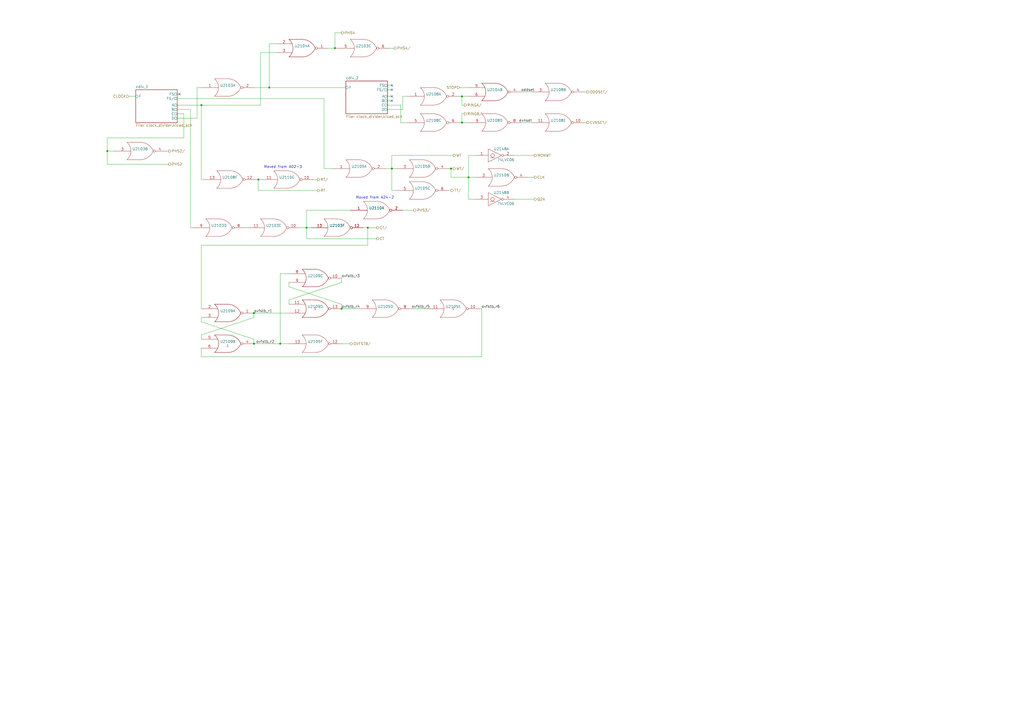
<source format=kicad_sch>
(kicad_sch (version 20211123) (generator eeschema)
  (paper "A2")
  (lib_symbols
    (symbol "agc_kicad_components:74HC02" (pin_names (offset 0.762))
      (property "Reference" "U" (at 0 1.27 0))
      (symbol "74HC02_1_1"
        (arc (start -7.62 -5.08) (mid -5.2708 0) (end -7.62 5.08) (stroke (width 0.2032)))
        (arc (start 0 -5.08) (mid 4.5812 -3.6906) (end 7.62 0) (stroke (width 0.2032)))
        (polyline (pts (xy -7.62 -5.08) (xy 0 -5.08)) (stroke (width 0.2032)))
        (polyline (pts (xy -7.62 5.08) (xy 0 5.08)) (stroke (width 0.2032)))
        (arc (start 7.62 0) (mid 4.5727 3.6819) (end 0 5.08) (stroke (width 0.2032)))
        (pin output inverted (at 15.24 0 180) (length 7.62) (name "~") (number "1"))
        (pin input line (at -15.24 2.54 0) (length 9.398) (name "~") (number "2"))
        (pin input line (at -15.24 -2.54 0) (length 9.398) (name "~") (number "3"))
      )
      (symbol "74HC02_2_1"
        (arc (start -7.62 -5.08) (mid -5.2708 0) (end -7.62 5.08) (stroke (width 0.2032)))
        (arc (start 0 -5.08) (mid 4.5812 -3.6906) (end 7.62 0) (stroke (width 0.2032)))
        (polyline (pts (xy -7.62 -5.08) (xy 0 -5.08)) (stroke (width 0.2032)))
        (polyline (pts (xy -7.62 5.08) (xy 0 5.08)) (stroke (width 0.2032)))
        (arc (start 7.62 0) (mid 4.5727 3.6819) (end 0 5.08) (stroke (width 0.2032)))
        (pin output inverted (at 15.24 0 180) (length 7.62) (name "~") (number "4"))
        (pin input line (at -15.24 2.54 0) (length 9.398) (name "~") (number "5"))
        (pin input line (at -15.24 -2.54 0) (length 9.398) (name "~") (number "6"))
      )
      (symbol "74HC02_3_1"
        (arc (start -7.62 -5.08) (mid -5.2708 0) (end -7.62 5.08) (stroke (width 0.2032)))
        (arc (start 0 -5.08) (mid 4.5812 -3.6906) (end 7.62 0) (stroke (width 0.2032)))
        (polyline (pts (xy -7.62 -5.08) (xy 0 -5.08)) (stroke (width 0.2032)))
        (polyline (pts (xy -7.62 5.08) (xy 0 5.08)) (stroke (width 0.2032)))
        (arc (start 7.62 0) (mid 4.5727 3.6819) (end 0 5.08) (stroke (width 0.2032)))
        (pin output inverted (at 15.24 0 180) (length 7.62) (name "~") (number "10"))
        (pin input line (at -15.24 2.54 0) (length 9.398) (name "~") (number "8"))
        (pin input line (at -15.24 -2.54 0) (length 9.398) (name "~") (number "9"))
      )
      (symbol "74HC02_4_1"
        (arc (start -7.62 -5.08) (mid -5.2708 0) (end -7.62 5.08) (stroke (width 0.2032)))
        (arc (start 0 -5.08) (mid 4.5812 -3.6906) (end 7.62 0) (stroke (width 0.2032)))
        (polyline (pts (xy -7.62 -5.08) (xy 0 -5.08)) (stroke (width 0.2032)))
        (polyline (pts (xy -7.62 5.08) (xy 0 5.08)) (stroke (width 0.2032)))
        (arc (start 7.62 0) (mid 4.5727 3.6819) (end 0 5.08) (stroke (width 0.2032)))
        (pin input line (at -15.24 2.54 0) (length 9.398) (name "~") (number "11"))
        (pin input line (at -15.24 -2.54 0) (length 9.398) (name "~") (number "12"))
        (pin output inverted (at 15.24 0 180) (length 7.62) (name "~") (number "13"))
      )
      (symbol "74HC02_5_0"
        (text "GND" (at 2.54 -3.81 0) (effects (font (size 0.9906 0.9906))))
        (text "VCC" (at 2.54 3.81 0) (effects (font (size 0.9906 0.9906))))
      )
      (symbol "74HC02_5_1"
        (rectangle (start -5.08 2.54) (end 5.08 -2.54))
        (pin power_in line (at 0 6.35 270) (length 3.81) (name "VCC") (number "14"))
        (pin power_in line (at 0 -6.35 90) (length 3.81) (name "GND") (number "7"))
      )
    )
    (symbol "agc_kicad_components:74HC04" (pin_names (offset 0.762))
      (property "Reference" "U" (at 0 1.27 0))
      (symbol "74HC04_1_1"
        (arc (start -7.62 -5.0292) (mid -5.3094 0.0082) (end -7.62 5.0546))
        (arc (start 0 -5.0546) (mid 4.5632 -3.6449) (end 7.5946 0.0508))
        (polyline (pts (xy -7.62 -5.08) (xy 0 -5.08)))
        (polyline (pts (xy -7.62 5.08) (xy 0 5.08)))
        (arc (start 7.62 0) (mid 4.6132 3.6946) (end 0.0508 5.08))
        (pin input line (at -15.24 0 0) (length 9.906) (name "~") (number "1"))
        (pin output inverted (at 15.24 0 180) (length 7.62) (name "~") (number "2"))
      )
      (symbol "74HC04_2_1"
        (arc (start -7.62 -5.0292) (mid -5.3094 0.0082) (end -7.62 5.0546))
        (arc (start 0 -5.0546) (mid 4.5632 -3.6449) (end 7.5946 0.0508))
        (polyline (pts (xy -7.62 -5.08) (xy 0 -5.08)))
        (polyline (pts (xy -7.62 5.08) (xy 0 5.08)))
        (arc (start 7.62 0) (mid 4.6132 3.6946) (end 0.0508 5.08))
        (pin input line (at -15.24 0 0) (length 9.906) (name "~") (number "3"))
        (pin output inverted (at 15.24 0 180) (length 7.62) (name "~") (number "4"))
      )
      (symbol "74HC04_3_1"
        (arc (start -7.62 -5.0292) (mid -5.3094 0.0082) (end -7.62 5.0546))
        (arc (start 0 -5.0546) (mid 4.5632 -3.6449) (end 7.5946 0.0508))
        (polyline (pts (xy -7.62 -5.08) (xy 0 -5.08)))
        (polyline (pts (xy -7.62 5.08) (xy 0 5.08)))
        (arc (start 7.62 0) (mid 4.6132 3.6946) (end 0.0508 5.08))
        (pin input line (at -15.24 0 0) (length 9.906) (name "~") (number "5"))
        (pin output inverted (at 15.24 0 180) (length 7.62) (name "~") (number "6"))
      )
      (symbol "74HC04_4_1"
        (arc (start -7.62 -5.0292) (mid -5.3094 0.0082) (end -7.62 5.0546))
        (arc (start 0 -5.0546) (mid 4.5632 -3.6449) (end 7.5946 0.0508))
        (polyline (pts (xy -7.62 -5.08) (xy 0 -5.08)))
        (polyline (pts (xy -7.62 5.08) (xy 0 5.08)))
        (arc (start 7.62 0) (mid 4.6132 3.6946) (end 0.0508 5.08))
        (pin output inverted (at 15.24 0 180) (length 7.62) (name "~") (number "8"))
        (pin input line (at -15.24 0 0) (length 9.906) (name "~") (number "9"))
      )
      (symbol "74HC04_5_1"
        (arc (start -7.62 -5.0292) (mid -5.3094 0.0082) (end -7.62 5.0546))
        (arc (start 0 -5.0546) (mid 4.5632 -3.6449) (end 7.5946 0.0508))
        (polyline (pts (xy -7.62 -5.08) (xy 0 -5.08)))
        (polyline (pts (xy -7.62 5.08) (xy 0 5.08)))
        (arc (start 7.62 0) (mid 4.6132 3.6946) (end 0.0508 5.08))
        (pin output inverted (at 15.24 0 180) (length 7.62) (name "~") (number "10"))
        (pin input line (at -15.24 0 0) (length 9.906) (name "~") (number "11"))
      )
      (symbol "74HC04_6_1"
        (arc (start -7.62 -5.0292) (mid -5.3094 0.0082) (end -7.62 5.0546))
        (arc (start 0 -5.0546) (mid 4.5632 -3.6449) (end 7.5946 0.0508))
        (polyline (pts (xy -7.62 -5.08) (xy 0 -5.08)))
        (polyline (pts (xy -7.62 5.08) (xy 0 5.08)))
        (arc (start 7.62 0) (mid 4.6132 3.6946) (end 0.0508 5.08))
        (pin output inverted (at 15.24 0 180) (length 7.62) (name "~") (number "12"))
        (pin input line (at -15.24 0 0) (length 9.906) (name "~") (number "13"))
      )
      (symbol "74HC04_7_0"
        (text "GND" (at 2.54 -3.81 0) (effects (font (size 0.9906 0.9906))))
        (text "VCC" (at 2.54 3.81 0) (effects (font (size 0.9906 0.9906))))
      )
      (symbol "74HC04_7_1"
        (rectangle (start -5.08 2.54) (end 5.08 -2.54))
        (pin power_in line (at 0 6.35 270) (length 3.81) (name "VCC") (number "14"))
        (pin power_in line (at 0 -6.35 90) (length 3.81) (name "GND") (number "7"))
      )
    )
    (symbol "agc_kicad_components:74LVC06" (pin_names (offset 0.762))
      (property "Reference" "U" (at 0 1.27 0))
      (symbol "74LVC06_1_0"
        (polyline (pts (xy -3.81 3.81) (xy -3.81 -3.81) (xy 3.81 0) (xy -3.81 3.81)))
      )
      (symbol "74LVC06_1_1"
        (polyline (pts (xy -2.54 -1.27) (xy 0 -1.27)))
        (polyline (pts (xy -1.27 1.27) (xy -2.54 0) (xy -1.27 -1.27) (xy 0 0) (xy -1.27 1.27)))
        (pin input line (at -11.43 0 0) (length 7.62) (name "~") (number "1"))
        (pin open_collector inverted (at 11.43 0 180) (length 7.62) (name "~") (number "2"))
      )
      (symbol "74LVC06_2_0"
        (polyline (pts (xy -3.81 3.81) (xy -3.81 -3.81) (xy 3.81 0) (xy -3.81 3.81)))
      )
      (symbol "74LVC06_2_1"
        (polyline (pts (xy -2.54 -1.27) (xy 0 -1.27)))
        (polyline (pts (xy -1.27 1.27) (xy -2.54 0) (xy -1.27 -1.27) (xy 0 0) (xy -1.27 1.27)))
        (pin input line (at -11.43 0 0) (length 7.62) (name "~") (number "3"))
        (pin open_collector inverted (at 11.43 0 180) (length 7.62) (name "~") (number "4"))
      )
      (symbol "74LVC06_3_0"
        (polyline (pts (xy -3.81 3.81) (xy -3.81 -3.81) (xy 3.81 0) (xy -3.81 3.81)))
      )
      (symbol "74LVC06_3_1"
        (polyline (pts (xy -2.54 -1.27) (xy 0 -1.27)))
        (polyline (pts (xy -1.27 1.27) (xy -2.54 0) (xy -1.27 -1.27) (xy 0 0) (xy -1.27 1.27)))
        (pin input line (at -11.43 0 0) (length 7.62) (name "~") (number "5"))
        (pin open_collector inverted (at 11.43 0 180) (length 7.62) (name "~") (number "6"))
      )
      (symbol "74LVC06_4_0"
        (polyline (pts (xy -3.81 3.81) (xy -3.81 -3.81) (xy 3.81 0) (xy -3.81 3.81)))
      )
      (symbol "74LVC06_4_1"
        (polyline (pts (xy -2.54 -1.27) (xy 0 -1.27)))
        (polyline (pts (xy -1.27 1.27) (xy -2.54 0) (xy -1.27 -1.27) (xy 0 0) (xy -1.27 1.27)))
        (pin open_collector inverted (at 11.43 0 180) (length 7.62) (name "~") (number "8"))
        (pin input line (at -11.43 0 0) (length 7.62) (name "~") (number "9"))
      )
      (symbol "74LVC06_5_0"
        (polyline (pts (xy -3.81 3.81) (xy -3.81 -3.81) (xy 3.81 0) (xy -3.81 3.81)))
      )
      (symbol "74LVC06_5_1"
        (polyline (pts (xy -2.54 -1.27) (xy 0 -1.27)))
        (polyline (pts (xy -1.27 1.27) (xy -2.54 0) (xy -1.27 -1.27) (xy 0 0) (xy -1.27 1.27)))
        (pin open_collector inverted (at 11.43 0 180) (length 7.62) (name "~") (number "10"))
        (pin input line (at -11.43 0 0) (length 7.62) (name "~") (number "11"))
      )
      (symbol "74LVC06_6_0"
        (polyline (pts (xy -3.81 3.81) (xy -3.81 -3.81) (xy 3.81 0) (xy -3.81 3.81)))
      )
      (symbol "74LVC06_6_1"
        (polyline (pts (xy -2.54 -1.27) (xy 0 -1.27)))
        (polyline (pts (xy -1.27 1.27) (xy -2.54 0) (xy -1.27 -1.27) (xy 0 0) (xy -1.27 1.27)))
        (pin open_collector inverted (at 11.43 0 180) (length 7.62) (name "~") (number "12"))
        (pin input line (at -11.43 0 0) (length 7.62) (name "~") (number "13"))
      )
      (symbol "74LVC06_7_0"
        (rectangle (start -5.08 2.54) (end 5.08 -2.54))
        (text "GND" (at 2.54 -3.81 0) (effects (font (size 0.9906 0.9906))))
        (text "VCC" (at 2.54 3.81 0) (effects (font (size 0.9906 0.9906))))
      )
      (symbol "74LVC06_7_1"
        (pin power_in line (at 0 6.35 270) (length 3.81) (name "VCC") (number "14"))
        (pin power_in line (at 0 -6.35 90) (length 3.81) (name "GND") (number "7"))
      )
    )
  )
  (junction (at 194.31 27.94))
  (junction (at 162.56 199.39))
  (junction (at 198.12 179.07))
  (junction (at 267.97 71.12))
  (junction (at 213.36 132.08))
  (junction (at 267.97 55.88))
  (junction (at 147.32 181.61))
  (junction (at 149.86 104.14))
  (junction (at 147.32 199.39))
  (junction (at 62.23 87.63))
  (junction (at 116.84 60.96))
  (junction (at 261.62 97.79))
  (junction (at 271.78 102.87))
  (junction (at 177.8 132.08))
  (junction (at 156.21 50.8))
  (junction (at 227.33 97.79))
  (no_connect (at 227.33 52.07))
  (no_connect (at 104.14 54.61))
  (no_connect (at 227.33 58.42))
  (no_connect (at 227.33 49.53))
  (no_connect (at 227.33 55.88))
  (wire (pts (xy 267.97 60.96) (xy 267.97 55.88)))
  (wire (pts (xy 177.8 132.08) (xy 177.8 138.43)))
  (wire (pts (xy 147.32 181.61) (xy 147.32 184.15)))
  (wire (pts (xy 148.59 104.14) (xy 149.86 104.14)))
  (wire (pts (xy 187.96 97.79) (xy 193.04 97.79)))
  (wire (pts (xy 260.35 110.49) (xy 261.62 110.49)))
  (wire (pts (xy 267.97 71.12) (xy 271.78 71.12)))
  (wire (pts (xy 233.68 55.88) (xy 236.22 55.88)))
  (wire (pts (xy 110.49 132.08) (xy 111.76 132.08)))
  (wire (pts (xy 149.86 104.14) (xy 151.13 104.14)))
  (wire (pts (xy 227.33 110.49) (xy 229.87 110.49)))
  (wire (pts (xy 147.32 196.85) (xy 116.84 186.69)))
  (wire (pts (xy 96.52 87.63) (xy 97.79 87.63)))
  (wire (pts (xy 224.79 60.96) (xy 232.41 60.96)))
  (wire (pts (xy 194.31 19.05) (xy 194.31 27.94)))
  (wire (pts (xy 298.45 115.57) (xy 309.88 115.57)))
  (wire (pts (xy 213.36 142.24) (xy 116.84 142.24)))
  (wire (pts (xy 271.78 90.17) (xy 275.59 90.17)))
  (wire (pts (xy 227.33 97.79) (xy 229.87 97.79)))
  (wire (pts (xy 278.13 179.07) (xy 279.4 179.07)))
  (wire (pts (xy 223.52 97.79) (xy 227.33 97.79)))
  (wire (pts (xy 177.8 121.92) (xy 177.8 132.08)))
  (wire (pts (xy 227.33 90.17) (xy 227.33 97.79)))
  (wire (pts (xy 198.12 163.83) (xy 167.64 173.99)))
  (wire (pts (xy 271.78 102.87) (xy 271.78 115.57)))
  (wire (pts (xy 224.79 63.5) (xy 233.68 63.5)))
  (wire (pts (xy 106.68 66.04) (xy 106.68 80.01)))
  (wire (pts (xy 340.36 53.34) (xy 339.09 53.34)))
  (wire (pts (xy 167.64 173.99) (xy 167.64 176.53)))
  (wire (pts (xy 147.32 199.39) (xy 162.56 199.39)))
  (wire (pts (xy 147.32 184.15) (xy 116.84 194.31)))
  (wire (pts (xy 156.21 50.8) (xy 200.66 50.8)))
  (wire (pts (xy 116.84 186.69) (xy 116.84 184.15)))
  (wire (pts (xy 261.62 102.87) (xy 271.78 102.87)))
  (wire (pts (xy 116.84 60.96) (xy 151.13 60.96)))
  (wire (pts (xy 261.62 97.79) (xy 262.89 97.79)))
  (wire (pts (xy 162.56 199.39) (xy 167.64 199.39)))
  (wire (pts (xy 302.26 71.12) (xy 308.61 71.12)))
  (wire (pts (xy 184.15 104.14) (xy 181.61 104.14)))
  (wire (pts (xy 210.82 132.08) (xy 213.36 132.08)))
  (wire (pts (xy 279.4 179.07) (xy 279.4 207.01)))
  (wire (pts (xy 156.21 25.4) (xy 160.02 25.4)))
  (wire (pts (xy 116.84 104.14) (xy 118.11 104.14)))
  (wire (pts (xy 260.35 97.79) (xy 261.62 97.79)))
  (wire (pts (xy 167.64 163.83) (xy 167.64 166.37)))
  (wire (pts (xy 261.62 97.79) (xy 261.62 102.87)))
  (wire (pts (xy 151.13 30.48) (xy 160.02 30.48)))
  (wire (pts (xy 340.36 71.12) (xy 339.09 71.12)))
  (wire (pts (xy 62.23 80.01) (xy 106.68 80.01)))
  (wire (pts (xy 74.93 55.88) (xy 78.74 55.88)))
  (wire (pts (xy 149.86 104.14) (xy 149.86 110.49)))
  (wire (pts (xy 271.78 90.17) (xy 271.78 102.87)))
  (wire (pts (xy 233.68 63.5) (xy 233.68 55.88)))
  (wire (pts (xy 102.87 60.96) (xy 116.84 60.96)))
  (wire (pts (xy 213.36 132.08) (xy 213.36 142.24)))
  (wire (pts (xy 302.26 53.34) (xy 308.61 53.34)))
  (wire (pts (xy 177.8 132.08) (xy 180.34 132.08)))
  (wire (pts (xy 151.13 60.96) (xy 151.13 30.48)))
  (wire (pts (xy 203.2 121.92) (xy 177.8 121.92)))
  (wire (pts (xy 232.41 60.96) (xy 232.41 71.12)))
  (wire (pts (xy 147.32 199.39) (xy 147.32 196.85)))
  (wire (pts (xy 143.51 132.08) (xy 142.24 132.08)))
  (wire (pts (xy 116.84 194.31) (xy 116.84 196.85)))
  (wire (pts (xy 187.96 57.15) (xy 187.96 97.79)))
  (wire (pts (xy 102.87 68.58) (xy 114.3 68.58)))
  (wire (pts (xy 162.56 158.75) (xy 167.64 158.75)))
  (wire (pts (xy 198.12 199.39) (xy 203.2 199.39)))
  (wire (pts (xy 102.87 54.61) (xy 104.14 54.61)))
  (wire (pts (xy 267.97 66.04) (xy 269.24 66.04)))
  (wire (pts (xy 198.12 161.29) (xy 198.12 163.83)))
  (wire (pts (xy 147.32 50.8) (xy 156.21 50.8)))
  (wire (pts (xy 213.36 132.08) (xy 218.44 132.08)))
  (wire (pts (xy 162.56 158.75) (xy 162.56 199.39)))
  (wire (pts (xy 173.99 132.08) (xy 177.8 132.08)))
  (wire (pts (xy 116.84 142.24) (xy 116.84 179.07)))
  (wire (pts (xy 271.78 115.57) (xy 275.59 115.57)))
  (wire (pts (xy 156.21 25.4) (xy 156.21 50.8)))
  (wire (pts (xy 66.04 87.63) (xy 62.23 87.63)))
  (wire (pts (xy 147.32 181.61) (xy 167.64 181.61)))
  (wire (pts (xy 116.84 207.01) (xy 279.4 207.01)))
  (wire (pts (xy 224.79 58.42) (xy 227.33 58.42)))
  (wire (pts (xy 309.88 90.17) (xy 298.45 90.17)))
  (wire (pts (xy 198.12 176.53) (xy 198.12 179.07)))
  (wire (pts (xy 238.76 179.07) (xy 247.65 179.07)))
  (wire (pts (xy 271.78 102.87) (xy 275.59 102.87)))
  (wire (pts (xy 177.8 138.43) (xy 218.44 138.43)))
  (wire (pts (xy 266.7 55.88) (xy 267.97 55.88)))
  (wire (pts (xy 262.89 90.17) (xy 227.33 90.17)))
  (wire (pts (xy 102.87 63.5) (xy 110.49 63.5)))
  (wire (pts (xy 198.12 179.07) (xy 208.28 179.07)))
  (wire (pts (xy 62.23 87.63) (xy 62.23 95.25)))
  (wire (pts (xy 232.41 71.12) (xy 236.22 71.12)))
  (wire (pts (xy 224.79 49.53) (xy 227.33 49.53)))
  (wire (pts (xy 267.97 55.88) (xy 271.78 55.88)))
  (wire (pts (xy 102.87 66.04) (xy 106.68 66.04)))
  (wire (pts (xy 266.7 71.12) (xy 267.97 71.12)))
  (wire (pts (xy 267.97 71.12) (xy 267.97 66.04)))
  (wire (pts (xy 149.86 110.49) (xy 184.15 110.49)))
  (wire (pts (xy 114.3 68.58) (xy 114.3 50.8)))
  (wire (pts (xy 187.96 57.15) (xy 102.87 57.15)))
  (wire (pts (xy 227.33 97.79) (xy 227.33 110.49)))
  (wire (pts (xy 198.12 19.05) (xy 194.31 19.05)))
  (wire (pts (xy 269.24 60.96) (xy 267.97 60.96)))
  (wire (pts (xy 194.31 27.94) (xy 195.58 27.94)))
  (wire (pts (xy 62.23 95.25) (xy 97.79 95.25)))
  (wire (pts (xy 266.7 50.8) (xy 271.78 50.8)))
  (wire (pts (xy 224.79 55.88) (xy 227.33 55.88)))
  (wire (pts (xy 224.79 52.07) (xy 227.33 52.07)))
  (wire (pts (xy 114.3 50.8) (xy 116.84 50.8)))
  (wire (pts (xy 309.88 102.87) (xy 306.07 102.87)))
  (wire (pts (xy 116.84 201.93) (xy 116.84 207.01)))
  (wire (pts (xy 116.84 60.96) (xy 116.84 104.14)))
  (wire (pts (xy 62.23 80.01) (xy 62.23 87.63)))
  (wire (pts (xy 233.68 121.92) (xy 240.03 121.92)))
  (wire (pts (xy 226.06 27.94) (xy 228.6 27.94)))
  (wire (pts (xy 190.5 27.94) (xy 194.31 27.94)))
  (wire (pts (xy 110.49 63.5) (xy 110.49 132.08)))
  (wire (pts (xy 167.64 166.37) (xy 198.12 176.53)))
  (text "Moved from A02-3" (at 175.26 97.79 180) (effects (font (size 1.524 1.524)) (justify right bottom)))
  (text "Moved from A24-2" (at 228.6 115.57 180) (effects (font (size 1.524 1.524)) (justify right bottom)))
  (label "ovfstb_r1" (at 147.32 181.61 0) (effects (font (size 1.524 1.524))))
  (label "oddset" (at 302.26 53.34 0) (effects (font (size 1.524 1.524))))
  (label "ovfstb_r2" (at 148.59 199.39 0) (effects (font (size 1.524 1.524))))
  (label "evnset" (at 308.61 71.12 180) (effects (font (size 1.524 1.524))))
  (label "ovfstb_r4" (at 198.12 179.07 0) (effects (font (size 1.524 1.524))))
  (label "ovfstb_r3" (at 198.12 161.29 0) (effects (font (size 1.524 1.524))))
  (label "ovfstb_r5" (at 238.76 179.07 0) (effects (font (size 1.524 1.524))))
  (label "ovfstb_r6" (at 279.4 179.07 0) (effects (font (size 1.524 1.524))))
  (hierarchical_label "RINGA/" (shape output) (at 269.24 60.96 0) (effects (font (size 1.524 1.524))))
  (hierarchical_label "CT/" (shape output) (at 218.44 132.08 0) (effects (font (size 1.524 1.524))))
  (hierarchical_label "PHS2/" (shape output) (at 97.79 87.63 0) (effects (font (size 1.524 1.524))))
  (hierarchical_label "WT" (shape output) (at 262.89 90.17 0) (effects (font (size 1.524 1.524))))
  (hierarchical_label "WT/" (shape output) (at 262.89 97.79 0) (effects (font (size 1.524 1.524))))
  (hierarchical_label "STOP" (shape input) (at 266.7 50.8 180) (effects (font (size 1.524 1.524))))
  (hierarchical_label "RINGB/" (shape output) (at 269.24 66.04 0) (effects (font (size 1.524 1.524))))
  (hierarchical_label "TT/" (shape output) (at 261.62 110.49 0) (effects (font (size 1.524 1.524))))
  (hierarchical_label "CT" (shape output) (at 218.44 138.43 0) (effects (font (size 1.524 1.524))))
  (hierarchical_label "CLOCK" (shape input) (at 74.93 55.88 180) (effects (font (size 1.524 1.524))))
  (hierarchical_label "CLK" (shape output) (at 309.88 102.87 0) (effects (font (size 1.524 1.524))))
  (hierarchical_label "RT" (shape output) (at 184.15 110.49 0) (effects (font (size 1.524 1.524))))
  (hierarchical_label "EVNSET/" (shape output) (at 340.36 71.12 0) (effects (font (size 1.524 1.524))))
  (hierarchical_label "RT/" (shape output) (at 184.15 104.14 0) (effects (font (size 1.524 1.524))))
  (hierarchical_label "PHS2" (shape output) (at 97.79 95.25 0) (effects (font (size 1.524 1.524))))
  (hierarchical_label "Q2A" (shape output) (at 309.88 115.57 0) (effects (font (size 1.524 1.524))))
  (hierarchical_label "PHS3/" (shape output) (at 240.03 121.92 0) (effects (font (size 1.524 1.524))))
  (hierarchical_label "ODDSET/" (shape output) (at 340.36 53.34 0) (effects (font (size 1.524 1.524))))
  (hierarchical_label "PHS4" (shape output) (at 198.12 19.05 0) (effects (font (size 1.524 1.524))))
  (hierarchical_label "PHS4/" (shape output) (at 228.6 27.94 0) (effects (font (size 1.524 1.524))))
  (hierarchical_label "MONWT" (shape output) (at 309.88 90.17 0) (effects (font (size 1.524 1.524))))
  (hierarchical_label "OVFSTB/" (shape output) (at 203.2 199.39 0) (effects (font (size 1.524 1.524))))
  (symbol (lib_id "agc_kicad_components:74HC04") (at 132.08 50.8 0) (unit 1)
    (property "Reference" "U2103" (at 132.08 49.53 0) (effects (font (size 1.524 1.524))))
    (property "Value" "74HC04" (effects hide))
    (property "Init_A" "0" (effects hide))
    (property "Init_B" "0" (effects hide))
    (property "Init_C" "0" (effects hide))
    (property "Init_D" "0" (effects hide))
    (property "Init_E" "0" (effects hide))
    (property "Init_F" "0" (effects hide))
  )
  (symbol (lib_id "agc_kicad_components:74HC04") (at 81.28 87.63 0) (unit 2)
    (property "Reference" "U2103" (at 81.28 86.36 0) (effects (font (size 1.524 1.524))))
    (property "Value" "74HC04" (effects hide))
    (property "Init_A" "0" (effects hide))
    (property "Init_B" "0" (effects hide))
    (property "Init_C" "0" (effects hide))
    (property "Init_D" "0" (effects hide))
    (property "Init_E" "0" (effects hide))
    (property "Init_F" "0" (effects hide))
  )
  (symbol (lib_id "agc_kicad_components:74HC02") (at 175.26 27.94 0) (unit 1)
    (property "Reference" "U2104" (at 175.26 26.67 0) (effects (font (size 1.524 1.524))))
    (property "Value" "74HC02" (effects hide))
    (property "Init_A" "0" (effects hide))
    (property "Init_B" "0" (effects hide))
    (property "Init_C" "0" (effects hide))
    (property "Init_D" "0" (effects hide))
  )
  (symbol (lib_id "agc_kicad_components:74HC04") (at 210.82 27.94 0) (unit 3)
    (property "Reference" "U2103" (at 210.82 26.67 0) (effects (font (size 1.524 1.524))))
    (property "Value" "74HC04" (effects hide))
    (property "Init_A" "0" (effects hide))
    (property "Init_B" "0" (effects hide))
    (property "Init_C" "0" (effects hide))
    (property "Init_D" "0" (effects hide))
    (property "Init_E" "0" (effects hide))
    (property "Init_F" "0" (effects hide))
  )
  (symbol (lib_id "agc_kicad_components:74HC04") (at 127 132.08 0) (unit 4)
    (property "Reference" "U2103" (at 127 130.81 0) (effects (font (size 1.524 1.524))))
    (property "Value" "74HC04" (effects hide))
    (property "Init_A" "0" (effects hide))
    (property "Init_B" "0" (effects hide))
    (property "Init_C" "0" (effects hide))
    (property "Init_D" "0" (effects hide))
    (property "Init_E" "0" (effects hide))
    (property "Init_F" "0" (effects hide))
  )
  (symbol (lib_id "agc_kicad_components:74HC04") (at 158.75 132.08 0) (unit 5)
    (property "Reference" "U2103" (at 158.75 130.81 0) (effects (font (size 1.524 1.524))))
    (property "Value" "74HC04" (effects hide))
    (property "Init_A" "0" (effects hide))
    (property "Init_B" "0" (effects hide))
    (property "Init_C" "0" (effects hide))
    (property "Init_D" "0" (effects hide))
    (property "Init_E" "0" (effects hide))
    (property "Init_F" "0" (effects hide))
  )
  (symbol (lib_id "agc_kicad_components:74HC04") (at 195.58 132.08 0) (unit 6)
    (property "Reference" "U2103" (at 195.58 130.81 0) (effects (font (size 1.524 1.524))))
    (property "Value" "74HC04" (effects hide))
    (property "Init_A" "0" (effects hide))
    (property "Init_B" "0" (effects hide))
    (property "Init_C" "0" (effects hide))
    (property "Init_D" "0" (effects hide))
    (property "Init_E" "0" (effects hide))
    (property "Init_F" "0" (effects hide))
  )
  (symbol (lib_id "agc_kicad_components:74HC04") (at 208.28 97.79 0) (unit 1)
    (property "Reference" "U2105" (at 208.28 96.52 0) (effects (font (size 1.524 1.524))))
    (property "Value" "74HC04" (effects hide))
    (property "Init_A" "0" (effects hide))
    (property "Init_B" "0" (effects hide))
    (property "Init_C" "0" (effects hide))
    (property "Init_D" "0" (effects hide))
    (property "Init_E" "1" (effects hide))
    (property "Init_F" "0" (effects hide))
  )
  (symbol (lib_id "agc_kicad_components:74HC04") (at 245.11 97.79 0) (unit 2)
    (property "Reference" "U2105" (at 245.11 96.52 0) (effects (font (size 1.524 1.524))))
    (property "Value" "74HC04" (effects hide))
    (property "Init_A" "0" (effects hide))
    (property "Init_B" "0" (effects hide))
    (property "Init_C" "0" (effects hide))
    (property "Init_D" "0" (effects hide))
    (property "Init_E" "1" (effects hide))
    (property "Init_F" "0" (effects hide))
  )
  (symbol (lib_id "agc_kicad_components:74HC04") (at 245.11 110.49 0) (unit 3)
    (property "Reference" "U2105" (at 245.11 109.22 0) (effects (font (size 1.524 1.524))))
    (property "Value" "74HC04" (effects hide))
    (property "Init_A" "0" (effects hide))
    (property "Init_B" "0" (effects hide))
    (property "Init_C" "0" (effects hide))
    (property "Init_D" "0" (effects hide))
    (property "Init_E" "1" (effects hide))
    (property "Init_F" "0" (effects hide))
  )
  (symbol (lib_id "agc_kicad_components:74HC04") (at 251.46 55.88 0) (unit 1)
    (property "Reference" "U2108" (at 251.46 54.61 0) (effects (font (size 1.524 1.524))))
    (property "Value" "74HC04" (effects hide))
    (property "Init_A" "0" (effects hide))
    (property "Init_B" "0" (effects hide))
    (property "Init_C" "0" (effects hide))
    (property "Init_D" "0" (effects hide))
    (property "Init_E" "0" (effects hide))
    (property "Init_F" "0" (effects hide))
  )
  (symbol (lib_id "agc_kicad_components:74HC04") (at 251.46 71.12 0) (unit 3)
    (property "Reference" "U2108" (at 251.46 69.85 0) (effects (font (size 1.524 1.524))))
    (property "Value" "74HC04" (effects hide))
    (property "Init_A" "0" (effects hide))
    (property "Init_B" "0" (effects hide))
    (property "Init_C" "0" (effects hide))
    (property "Init_D" "0" (effects hide))
    (property "Init_E" "0" (effects hide))
    (property "Init_F" "0" (effects hide))
  )
  (symbol (lib_id "agc_kicad_components:74HC04") (at 133.35 104.14 0) (unit 6)
    (property "Reference" "U2108" (at 133.35 102.87 0) (effects (font (size 1.524 1.524))))
    (property "Value" "74HC04" (effects hide))
    (property "Init_A" "0" (effects hide))
    (property "Init_B" "0" (effects hide))
    (property "Init_C" "0" (effects hide))
    (property "Init_D" "0" (effects hide))
    (property "Init_E" "0" (effects hide))
    (property "Init_F" "0" (effects hide))
  )
  (symbol (lib_id "agc_kicad_components:74HC04") (at 287.02 71.12 0) (unit 4)
    (property "Reference" "U2108" (at 287.02 69.85 0) (effects (font (size 1.524 1.524))))
    (property "Value" "74HC04" (effects hide))
    (property "Init_A" "0" (effects hide))
    (property "Init_B" "0" (effects hide))
    (property "Init_C" "0" (effects hide))
    (property "Init_D" "0" (effects hide))
    (property "Init_E" "0" (effects hide))
    (property "Init_F" "0" (effects hide))
  )
  (symbol (lib_id "agc_kicad_components:74HC04") (at 323.85 53.34 0) (unit 2)
    (property "Reference" "U2108" (at 323.85 52.07 0) (effects (font (size 1.524 1.524))))
    (property "Value" "74HC04" (effects hide))
    (property "Init_A" "0" (effects hide))
    (property "Init_B" "0" (effects hide))
    (property "Init_C" "0" (effects hide))
    (property "Init_D" "0" (effects hide))
    (property "Init_E" "0" (effects hide))
    (property "Init_F" "0" (effects hide))
  )
  (symbol (lib_id "agc_kicad_components:74HC04") (at 323.85 71.12 0) (unit 5)
    (property "Reference" "U2108" (at 323.85 69.85 0) (effects (font (size 1.524 1.524))))
    (property "Value" "74HC04" (effects hide))
    (property "Init_A" "0" (effects hide))
    (property "Init_B" "0" (effects hide))
    (property "Init_C" "0" (effects hide))
    (property "Init_D" "0" (effects hide))
    (property "Init_E" "0" (effects hide))
    (property "Init_F" "0" (effects hide))
  )
  (symbol (lib_id "agc_kicad_components:74HC04") (at 218.44 121.92 0) (unit 1)
    (property "Reference" "U2110" (at 218.44 120.65 0) (effects (font (size 1.524 1.524))))
    (property "Value" "74HC04" (effects hide))
    (property "Init_A" "0" (effects hide))
    (property "Init_B" "0" (effects hide))
    (property "Init_C" "0" (effects hide))
    (property "Init_D" "0" (effects hide))
    (property "Init_E" "0" (effects hide))
    (property "Init_F" "0" (effects hide))
  )
  (symbol (lib_id "agc_kicad_components:74HC02") (at 287.02 53.34 0) (unit 2)
    (property "Reference" "U2104" (at 287.02 52.07 0) (effects (font (size 1.524 1.524))))
    (property "Value" "74HC02" (effects hide))
    (property "Init_A" "0" (effects hide))
    (property "Init_B" "0" (effects hide))
    (property "Init_C" "0" (effects hide))
    (property "Init_D" "0" (effects hide))
  )
  (symbol (lib_id "agc_kicad_components:74HC04") (at 290.83 102.87 0) (unit 2)
    (property "Reference" "U2110" (at 290.83 101.6 0) (effects (font (size 1.524 1.524))))
    (property "Value" "74HC04" (effects hide))
    (property "Init_A" "0" (effects hide))
    (property "Init_B" "0" (effects hide))
    (property "Init_C" "0" (effects hide))
    (property "Init_D" "0" (effects hide))
    (property "Init_E" "0" (effects hide))
    (property "Init_F" "0" (effects hide))
  )
  (symbol (lib_id "agc_kicad_components:74HC02") (at 132.08 181.61 0) (unit 1)
    (property "Reference" "U2109" (at 132.08 180.34 0) (effects (font (size 1.524 1.524))))
    (property "Value" "74HC02" (effects hide))
    (property "Init_A" "0" (effects hide))
    (property "Init_B" "1" (effects hide))
    (property "Init_C" "0" (effects hide))
    (property "Init_D" "1" (effects hide))
  )
  (symbol (lib_id "agc_kicad_components:74HC02") (at 132.08 199.39 0) (unit 2)
    (property "Reference" "U2109" (at 132.08 198.12 0) (effects (font (size 1.524 1.524))))
    (property "Value" "74HC02" (effects hide))
    (property "Init_A" "0" (effects hide))
    (property "Init_B" "1" (at 132.08 200.66 0))
    (property "Init_C" "0" (effects hide))
    (property "Init_D" "1" (effects hide))
  )
  (symbol (lib_id "agc_kicad_components:74HC02") (at 182.88 161.29 0) (unit 3)
    (property "Reference" "U2109" (at 182.88 160.02 0) (effects (font (size 1.524 1.524))))
    (property "Value" "74HC02" (effects hide))
    (property "Init_A" "0" (effects hide))
    (property "Init_B" "1" (effects hide))
    (property "Init_C" "0" (effects hide))
    (property "Init_D" "1" (effects hide))
  )
  (symbol (lib_id "agc_kicad_components:74HC02") (at 182.88 179.07 0) (unit 4)
    (property "Reference" "U2109" (at 182.88 177.8 0) (effects (font (size 1.524 1.524))))
    (property "Value" "74HC02" (effects hide))
    (property "Init_A" "0" (effects hide))
    (property "Init_B" "1" (effects hide))
    (property "Init_C" "0" (effects hide))
    (property "Init_D" "1" (at 182.88 179.07 0))
  )
  (symbol (lib_id "agc_kicad_components:74HC04") (at 223.52 179.07 0) (unit 4)
    (property "Reference" "U2105" (at 223.52 177.8 0) (effects (font (size 1.524 1.524))))
    (property "Value" "74HC04" (effects hide))
    (property "Init_A" "0" (effects hide))
    (property "Init_B" "0" (effects hide))
    (property "Init_C" "0" (effects hide))
    (property "Init_D" "0" (effects hide))
    (property "Init_E" "1" (effects hide))
    (property "Init_F" "0" (effects hide))
  )
  (symbol (lib_id "agc_kicad_components:74HC04") (at 262.89 179.07 0) (unit 5)
    (property "Reference" "U2105" (at 262.89 177.8 0) (effects (font (size 1.524 1.524))))
    (property "Value" "74HC04" (effects hide))
    (property "Init_A" "0" (effects hide))
    (property "Init_B" "0" (effects hide))
    (property "Init_C" "0" (effects hide))
    (property "Init_D" "0" (effects hide))
    (property "Init_E" "1" (at 262.89 179.07 0))
    (property "Init_F" "0" (effects hide))
  )
  (symbol (lib_id "agc_kicad_components:74HC04") (at 182.88 199.39 0) (unit 6)
    (property "Reference" "U2105" (at 182.88 198.12 0) (effects (font (size 1.524 1.524))))
    (property "Value" "74HC04" (effects hide))
    (property "Init_A" "0" (effects hide))
    (property "Init_B" "0" (effects hide))
    (property "Init_C" "0" (effects hide))
    (property "Init_D" "0" (effects hide))
    (property "Init_E" "1" (effects hide))
    (property "Init_F" "0" (effects hide))
  )
  (symbol (lib_id "agc_kicad_components:74HC04") (at 166.37 104.14 0) (unit 5)
    (property "Reference" "U2110" (at 166.37 102.87 0) (effects (font (size 1.524 1.524))))
    (property "Value" "74HC04" (effects hide))
    (property "Init_A" "0" (effects hide))
    (property "Init_B" "0" (effects hide))
    (property "Init_C" "0" (effects hide))
    (property "Init_D" "0" (effects hide))
    (property "Init_E" "0" (effects hide))
    (property "Init_F" "0" (effects hide))
  )
  (symbol (lib_id "agc_kicad_components:74LVC06") (at 287.02 90.17 0) (unit 1)
    (property "Reference" "U2148" (at 290.83 86.36 0) (effects (font (size 1.524 1.524))))
    (property "Value" "74LVC06" (at 293.37 92.71 0) (effects (font (size 1.524 1.524))))
  )
  (symbol (lib_id "agc_kicad_components:74LVC06") (at 287.02 115.57 0) (unit 2)
    (property "Reference" "U2148" (at 290.83 111.76 0) (effects (font (size 1.524 1.524))))
    (property "Value" "74LVC06" (at 293.37 118.11 0) (effects (font (size 1.524 1.524))))
  )
  (sheet (at 78.74 52.07) (size 24.13 19.05)
    (property "Sheet name" "cdiv_1" (at 78.74 51.2314 0) (effects (font (size 1.524 1.524)) (justify left bottom)))
    (property "Sheet file" "clock_divider.kicad_sch" (at 78.74 71.8062 0) (effects (font (size 1.524 1.524)) (justify left top)))
    (pin "F" input (at 78.74 55.88 180) (effects (font (size 1.524 1.524))))
    (pin "D" output (at 102.87 68.58 0) (effects (font (size 1.524 1.524))))
    (pin "B" output (at 102.87 63.5 0) (effects (font (size 1.524 1.524))))
    (pin "A" output (at 102.87 60.96 0) (effects (font (size 1.524 1.524))))
    (pin "C" output (at 102.87 66.04 0) (effects (font (size 1.524 1.524))))
    (pin "FS/" output (at 102.87 57.15 0) (effects (font (size 1.524 1.524))))
    (pin "FS" output (at 102.87 54.61 0) (effects (font (size 1.524 1.524))))
  )
  (sheet (at 200.66 46.99) (size 24.13 19.05)
    (property "Sheet name" "cdiv_2" (at 200.66 46.1514 0) (effects (font (size 1.524 1.524)) (justify left bottom)))
    (property "Sheet file" "clock_divider.kicad_sch" (at 200.66 66.7262 0) (effects (font (size 1.524 1.524)) (justify left top)))
    (pin "F" input (at 200.66 50.8 180) (effects (font (size 1.524 1.524))))
    (pin "D" output (at 224.79 63.5 0) (effects (font (size 1.524 1.524))))
    (pin "B" output (at 224.79 58.42 0) (effects (font (size 1.524 1.524))))
    (pin "A" output (at 224.79 55.88 0) (effects (font (size 1.524 1.524))))
    (pin "C" output (at 224.79 60.96 0) (effects (font (size 1.524 1.524))))
    (pin "FS/" output (at 224.79 52.07 0) (effects (font (size 1.524 1.524))))
    (pin "FS" output (at 224.79 49.53 0) (effects (font (size 1.524 1.524))))
  )
)
</source>
